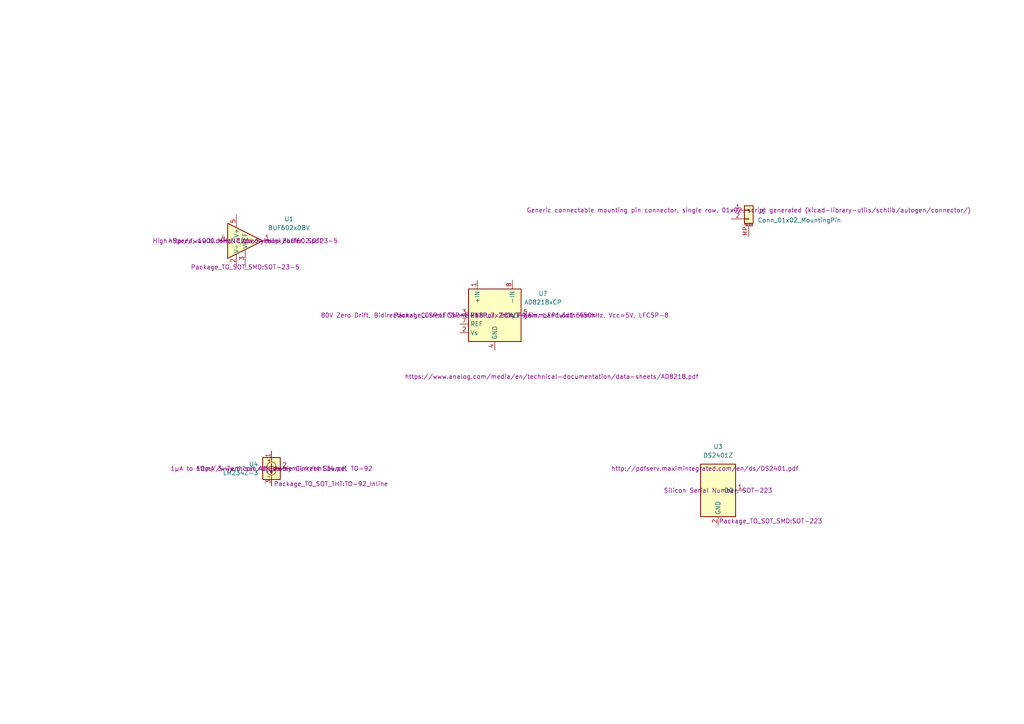
<source format=kicad_sch>
(kicad_sch (version 20231120) (generator eeschema)
  (paper "A4")
  (lib_symbols
    (symbol "Amplifier_Buffer:BUF602xDBV" (pin_names (offset 0.127))
      (property "Reference" "U" (at 6.35 2.54 0))
      (property "Value" "BUF602xDBV" (at 7.62 -2.54 0))
      (property "Footprint" "Package_TO_SOT_SMD:SOT-23-5" (at 0 -7.62 0))
      (property "Datasheet" "http://www.ti.com/lit/ds/symlink/buf602.pdf" (at 0 0 0))
      (property "Description" "High-Speed, 1000 MHz, Closed-Loop Buffer, SOT23-5" (at 0 0 0))
      (property "ki_keywords" "buffer amplifier" (at 0 0 0))
      (property "ki_fp_filters" "SOT?23*" (at 0 0 0))
      (symbol "BUF602xDBV_0_1"
        (polyline (pts (xy 5.08 0) (xy -5.08 5.08) (xy -5.08 -5.08) (xy 5.08 0)) (stroke (width 0.254)) (fill (type background)))
      )
      (symbol "BUF602xDBV_1_1"
        (pin output line (at 7.62 0 180) (length 2.54) (name "~") (number "1"))
        (pin power_in line (at -2.54 -7.62 90) (length 3.81) (name "V-") (number "2"))
        (pin output line (at 0 -7.62 90) (length 5.08) (name "VREF") (number "3"))
        (pin input line (at -7.62 0 0) (length 2.54) (name "IN") (number "4"))
        (pin power_in line (at -2.54 7.62 270) (length 3.81) (name "V+") (number "5"))
      )
    )
    (symbol "Amplifier_Current:AD8218xCP"
      (property "Reference" "U" (at -7.62 10.795 0))
      (property "Value" "AD8218xCP" (at -7.62 8.89 0))
      (property "Footprint" "Package_CSP:LFCSP-8-1EP_3x2mm_P0.5mm_EP1.6x1.65mm" (at 0 0 0))
      (property "Datasheet" "https://www.analog.com/media/en/technical-documentation/data-sheets/AD8218.pdf" (at 16.51 -17.78 0))
      (property "Description" "80V Zero Drift, Bidirectional, Current Shunt Monitor, 20V/V gain, bandwidth 450kHz, Vcc=5V, LFCSP-8" (at 0 0 0))
      (property "ki_keywords" "highside HS current sense amplifier linear buffered" (at 0 0 0))
      (property "ki_fp_filters" "LFCSP*1EP*3x2mm*P0.5mm*" (at 0 0 0))
      (symbol "AD8218xCP_0_1"
        (rectangle (start -7.62 7.62) (end 7.62 -7.62) (stroke (width 0.254)) (fill (type background)))
      )
      (symbol "AD8218xCP_1_1"
        (pin input line (at -5.08 10.16 270) (length 2.54) (name "+IN") (number "1"))
        (pin passive line (at -10.16 -5.08 0) (length 2.54) (name "Vs") (number "2"))
        (pin input line (at -10.16 0 0) (length 2.54) (name "ENB") (number "3"))
        (pin power_in line (at 0 -10.16 90) (length 2.54) (name "GND") (number "4"))
        (pin output line (at 10.16 0 180) (length 2.54) (name "OUT") (number "5"))
        (pin no_connect line (at 2.54 -7.62 90) (length 2.54) hide (name "NC") (number "6"))
        (pin input line (at -10.16 -2.54 0) (length 2.54) (name "REF") (number "7"))
        (pin input line (at 5.08 10.16 270) (length 2.54) (name "-IN") (number "8"))
        (pin passive line (at 0 -10.16 90) (length 2.54) hide (name "GND") (number "9"))
      )
    )
    (symbol "Connector_Generic_MountingPin:Conn_01x02_MountingPin" (pin_names (offset 1.016) hide)
      (property "Reference" "J" (at 0 2.54 0))
      (property "Value" "Conn_01x02_MountingPin" (at 1.27 -5.08 0))
      (property "Datasheet" "~" (at 0 0 0))
      (property "Description" "Generic connectable mounting pin connector, single row, 01x02, script generated (kicad-library-utils/schlib/autogen/connector/)" (at 0 0 0))
      (property "ki_keywords" "connector" (at 0 0 0))
      (property "ki_fp_filters" "Connector*:*_1x??-1MP*" (at 0 0 0))
      (symbol "Conn_01x02_MountingPin_1_1"
        (rectangle (start -1.27 -2.413) (end 0 -2.667) (stroke (width 0.1524)))
        (rectangle (start -1.27 0.127) (end 0 -0.127) (stroke (width 0.1524)))
        (rectangle (start -1.27 1.27) (end 1.27 -3.81) (stroke (width 0.254)) (fill (type background)))
        (polyline (pts (xy -1.016 -4.572) (xy 1.016 -4.572)) (stroke (width 0.1524)))
        (text "Mounting" (at 0 -4.191 0) (effects (font (size 0.381 0.381))))
        (pin passive line (at -5.08 0 0) (length 3.81) (name "Pin_1") (number "1"))
        (pin passive line (at -5.08 -2.54 0) (length 3.81) (name "Pin_2") (number "2"))
        (pin passive line (at 0 -7.62 90) (length 3.048) (name "MountPin") (number "MP"))
      )
    )
    (symbol "Memory_UniqueID:DS2401Z"
      (property "Reference" "U" (at -3.81 8.89 0))
      (property "Value" "DS2401Z" (at 5.08 8.89 0))
      (property "Footprint" "Package_TO_SOT_SMD:SOT-223" (at 15.24 -8.89 0))
      (property "Datasheet" "http://pdfserv.maximintegrated.com/en/ds/DS2401.pdf" (at -3.81 6.35 0))
      (property "Description" "Silicon Serial Number, SOT-223" (at 0 0 0))
      (property "ki_keywords" "OneWire 1-Wire 1Wire Maxim Dallas ID" (at 0 0 0))
      (property "ki_fp_filters" "SOT?223*" (at 0 0 0))
      (symbol "DS2401Z_0_1"
        (rectangle (start 5.08 -7.62) (end -5.08 7.62) (stroke (width 0.254)) (fill (type background)))
      )
      (symbol "DS2401Z_1_1"
        (pin bidirectional line (at 7.62 0 180) (length 2.54) (name "DQ") (number "1"))
        (pin power_in line (at 0 -10.16 90) (length 2.54) (name "GND") (number "2"))
        (pin no_connect line (at -5.08 0 0) (length 2.54) hide (name "NC") (number "3"))
        (pin passive line (at 0 -10.16 90) (length 2.54) hide (name "GND") (number "4"))
      )
    )
    (symbol "Reference_Current:LM234Z-3"
      (property "Reference" "U" (at 0.635 6.35 0))
      (property "Value" "LM234Z-3" (at 0.635 4.445 0))
      (property "Footprint" "Package_TO_SOT_THT:TO-92_Inline" (at 0.635 -4.445 0))
      (property "Datasheet" "http://www.ti.com/lit/ds/symlink/lm134.pdf" (at 0 0 0))
      (property "Description" "1μA to 10mA 3-Terminal Adjustable Current Source, TO-92" (at 0 0 0))
      (property "ki_keywords" "Adjustable Current Source 10mA" (at 0 0 0))
      (property "ki_fp_filters" "TO*92*Inline*" (at 0 0 0))
      (symbol "LM234Z-3_0_1"
        (rectangle (start -2.54 3.175) (end 2.54 -3.175) (stroke (width 0.254)) (fill (type background)))
        (circle (center 0 -0.635) (radius 1.27))
        (polyline (pts (xy -1.143 -2.413) (xy -0.381 -2.413)))
        (polyline (pts (xy -1.016 2.413) (xy -0.254 2.413)))
        (polyline (pts (xy -0.635 2.794) (xy -0.635 2.032)))
        (polyline (pts (xy 0 -1.905) (xy 0 -5.08)))
        (polyline (pts (xy 0 1.397) (xy 0 -1.397)) (stroke (width 0.254)))
        (polyline (pts (xy 0 5.08) (xy 0 1.905)))
        (polyline (pts (xy 2.54 0) (xy 1.27 0)))
        (polyline (pts (xy 0 -1.397) (xy -0.254 -0.889) (xy 0.254 -0.889) (xy 0 -1.397)) (stroke (width 0.254)))
        (polyline (pts (xy 1.27 0) (xy 2.159 0.254) (xy 2.159 -0.254) (xy 1.27 0)))
        (circle (center 0 0.635) (radius 1.27))
      )
      (symbol "LM234Z-3_1_1"
        (pin passive line (at 0 5.08 270) (length 2.54) (name "~") (number "1"))
        (pin passive line (at 5.08 0 180) (length 2.54) (name "~") (number "2"))
        (pin passive line (at 0 -5.08 90) (length 2.54) (name "~") (number "3"))
      )
    )
  )
  (symbol (lib_id "Memory_UniqueID:DS2401Z") (at 208.28 142.24 0) (unit 1)
    (property "Reference" "U3" (at 208.28 129.54 0))
    (property "Value" "DS2401Z" (at 208.28 132.08 0))
    (property "Footprint" "Package_TO_SOT_SMD:SOT-223" (at 223.52 151.13 0))
    (property "Datasheet" "http://pdfserv.maximintegrated.com/en/ds/DS2401.pdf" (at 204.47 135.89 0))
    (property "Description" "Silicon Serial Number, SOT-223" (at 208.28 142.24 0))
  )
  (symbol (lib_id "Amplifier_Buffer:BUF602xDBV") (at 71.12 69.85 0) (unit 1)
    (property "Reference" "U1" (at 83.82 63.5314 0))
    (property "Value" "BUF602xDBV" (at 83.82 66.0714 0))
    (property "Footprint" "Package_TO_SOT_SMD:SOT-23-5" (at 71.12 77.47 0))
    (property "Datasheet" "http://www.ti.com/lit/ds/symlink/buf602.pdf" (at 71.12 69.85 0))
    (property "Description" "High-Speed, 1000 MHz, Closed-Loop Buffer, SOT23-5" (at 71.12 69.85 0))
  )
  (symbol (lib_id "Amplifier_Current:AD8218xCP") (at 143.51 91.44 0) (unit 1)
    (property "Reference" "U?" (at 157.48 85.1214 0))
    (property "Value" "AD8218xCP" (at 157.48 87.6614 0))
    (property "Footprint" "Package_CSP:LFCSP-8-1EP_3x2mm_P0.5mm_EP1.6x1.65mm" (at 143.51 91.44 0))
    (property "Datasheet" "https://www.analog.com/media/en/technical-documentation/data-sheets/AD8218.pdf" (at 160.02 109.22 0))
    (property "Description" "80V Zero Drift, Bidirectional, Current Shunt Monitor, 20V/V gain, bandwidth 450kHz, Vcc=5V, LFCSP-8" (at 143.51 91.44 0))
  )
  (symbol (lib_id "Reference_Current:LM234Z-3") (at 78.74 135.89 0) (unit 1)
    (property "Reference" "U4" (at 74.93 134.6199 0) (effects (justify right)))
    (property "Value" "LM234Z-3" (at 74.93 137.1599 0) (effects (justify right)))
    (property "Footprint" "Package_TO_SOT_THT:TO-92_Inline" (at 79.375 140.335 0) (effects (justify left)))
    (property "Datasheet" "http://www.ti.com/lit/ds/symlink/lm134.pdf" (at 78.74 135.89 0))
    (property "Description" "1μA to 10mA 3-Terminal Adjustable Current Source, TO-92" (at 78.74 135.89 0))
  )
  (symbol (lib_id "Connector_Generic_MountingPin:Conn_01x02_MountingPin") (at 217.17 60.96 0) (unit 1)
    (property "Reference" "J1" (at 219.71 61.3155 0) (effects (justify left)))
    (property "Value" "Conn_01x02_MountingPin" (at 219.71 63.8555 0) (effects (justify left)))
    (property "Datasheet" "~" (at 217.17 60.96 0))
    (property "Description" "Generic connectable mounting pin connector, single row, 01x02, script generated (kicad-library-utils/schlib/autogen/connector/)" (at 217.17 60.96 0))
  )
)
</source>
